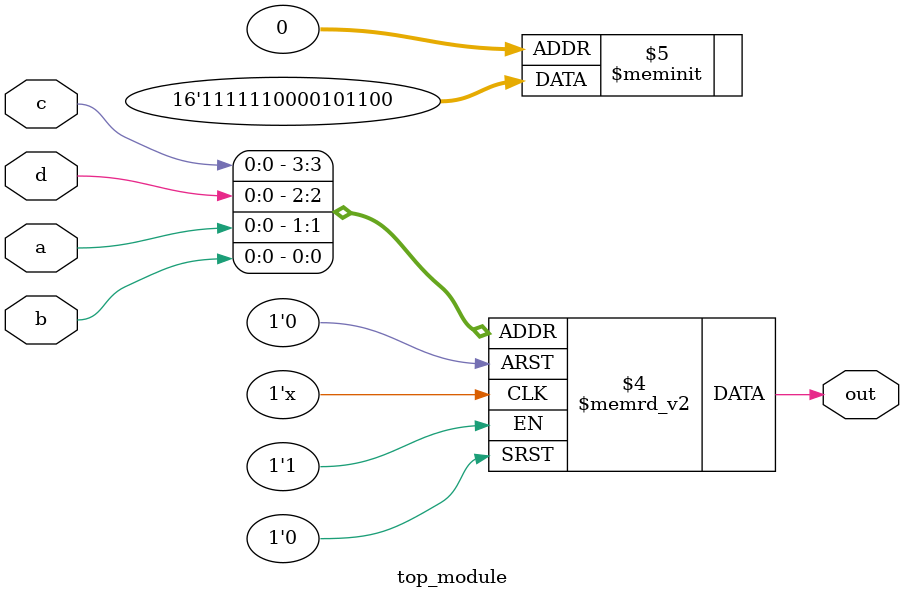
<source format=sv>
module top_module (
	input a, 
	input b,
	input c,
	input d,
	output reg out
);

	always @(*) begin
		case ({c, d, a, b})
			4'b0010, // cd = 00, ab = 01
			4'b0011, // cd = 00, ab = 11
			4'b0101, // cd = 01, ab = 01
			4'b1010, // cd = 10, ab = 01
			4'b1011, // cd = 10, ab = 11
			4'b1100, // cd = 11, ab = 00
			4'b1101, // cd = 11, ab = 01
			4'b1110, // cd = 11, ab = 10
			4'b1111: // cd = 11, ab = 11
				out = 1;
			default:
				out = 0;
		endcase
	end
endmodule

</source>
